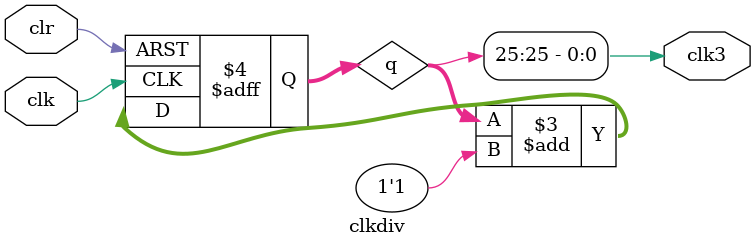
<source format=v>
`timescale 1ns / 1ps

//100MHz clock source

module clkdiv(
    input wire clk,
    input wire clr,
    output wire clk3
    );
    
reg [25:0] q;

//25 bit counter
always @(posedge clk or posedge clr)
  begin
    if(clr == 1)
      q <= 0;
      else
      q <= q + 1'b1;
    end

assign clk3 = q[25]; //3Hz clock output to the traffic lights

endmodule

</source>
